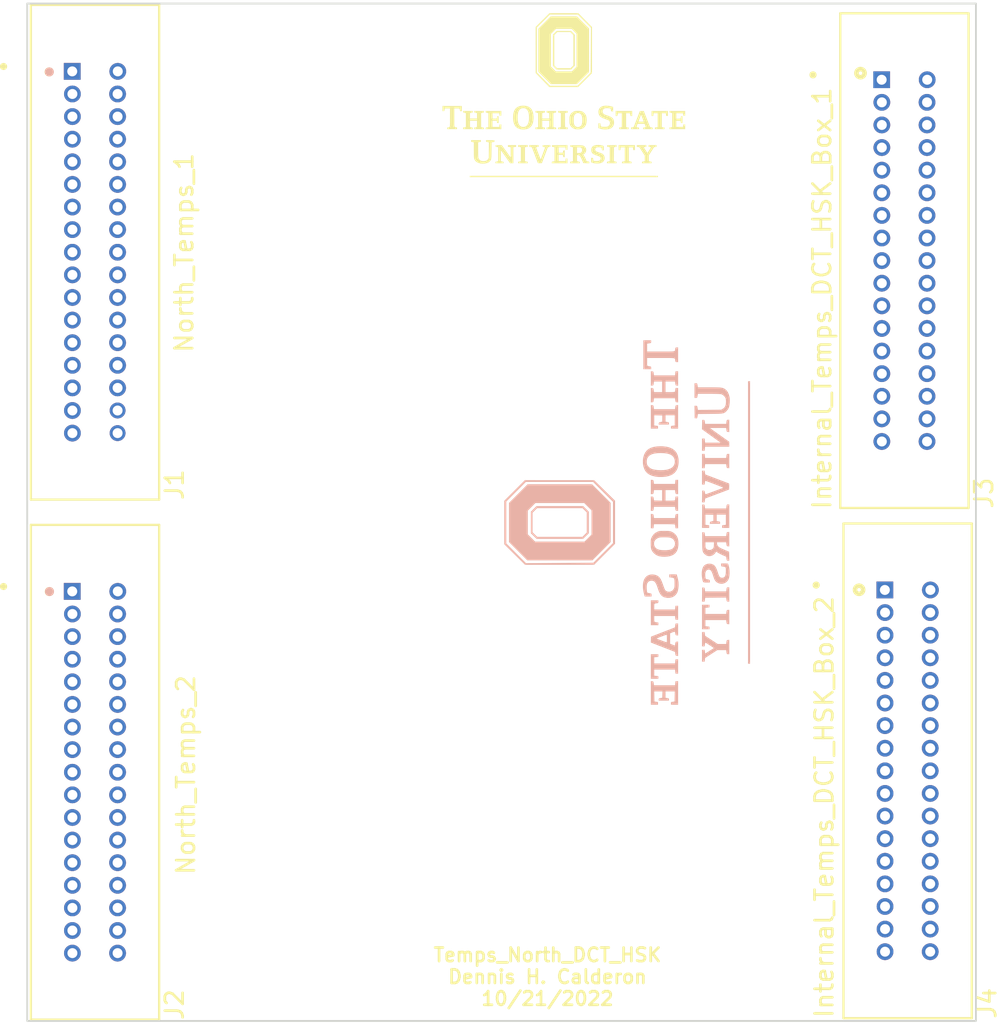
<source format=kicad_pcb>
(kicad_pcb (version 20211014) (generator pcbnew)
  (title_block (company "The Ohio State University"))
  (layers (0 "F.Cu" signal) (31 "B.Cu" signal) (34 "B.Paste" user) (35 "F.Paste" user) (36 "B.SilkS" user "B.Silkscreen") (37 "F.SilkS" user "F.Silkscreen") (38 "B.Mask" user) (39 "F.Mask" user) (44 "Edge.Cuts" user))
  (net 0 "")
  (footprint "HELIX:HELIX_DCT_ICDconnector34pin_corrected" (layer "F.Cu") (at 95.25 90.17 -90)
    (fp_text reference "J2" (at 13.0556 -4.4704 90) (layer "F.SilkS"))
    (fp_text value "North_Temps_2" (at 0.15 -5.11 90) (layer "F.SilkS"))
    (pad "1" thru_hole rect (at -10.16 1.28016 270) (size 0.9408 0.9408) (drill 0.56) (layers *.Cu *.Mask))
    (pad "2" thru_hole circle (at -10.16 -1.28016 270) (size 0.9408 0.9408) (drill 0.56) (layers *.Cu *.Mask))
    (pad "3" thru_hole circle (at -8.89 1.27 270) (size 0.9408 0.9408) (drill 0.56) (layers *.Cu *.Mask))
    (pad "4" thru_hole circle (at -8.89 -1.27 270) (size 0.9408 0.9408) (drill 0.56) (layers *.Cu *.Mask))
    (pad "5" thru_hole circle (at -7.62 1.27 270) (size 0.9408 0.9408) (drill 0.56) (layers *.Cu *.Mask))
    (pad "6" thru_hole circle (at -7.62 -1.27 270) (size 0.9408 0.9408) (drill 0.56) (layers *.Cu *.Mask))
    (pad "7" thru_hole circle (at -6.35 1.27 270) (size 0.9408 0.9408) (drill 0.56) (layers *.Cu *.Mask))
    (pad "8" thru_hole circle (at -6.35 -1.27 270) (size 0.9408 0.9408) (drill 0.56) (layers *.Cu *.Mask))
    (pad "9" thru_hole circle (at -5.08 1.27 270) (size 0.9408 0.9408) (drill 0.56) (layers *.Cu *.Mask))
    (pad "10" thru_hole circle (at -5.08 -1.27 270) (size 0.9408 0.9408) (drill 0.56) (layers *.Cu *.Mask))
    (pad "11" thru_hole circle (at -3.81 1.27 270) (size 0.9408 0.9408) (drill 0.56) (layers *.Cu *.Mask))
    (pad "12" thru_hole circle (at -3.81 -1.27 270) (size 0.9408 0.9408) (drill 0.56) (layers *.Cu *.Mask))
    (pad "13" thru_hole circle (at -2.54 1.27 270) (size 0.9408 0.9408) (drill 0.56) (layers *.Cu *.Mask))
    (pad "14" thru_hole circle (at -2.54 -1.27 270) (size 0.9408 0.9408) (drill 0.56) (layers *.Cu *.Mask))
    (pad "15" thru_hole circle (at -1.27 1.27 270) (size 0.9408 0.9408) (drill 0.56) (layers *.Cu *.Mask))
    (pad "16" thru_hole circle (at -1.27 -1.27 270) (size 0.9408 0.9408) (drill 0.56) (layers *.Cu *.Mask))
    (pad "17" thru_hole circle (at 0 1.27 270) (size 0.9408 0.9408) (drill 0.56) (layers *.Cu *.Mask))
    (pad "18" thru_hole circle (at 0 -1.27 270) (size 0.9408 0.9408) (drill 0.56) (layers *.Cu *.Mask))
    (pad "19" thru_hole circle (at 1.27 1.27 270) (size 0.9408 0.9408) (drill 0.56) (layers *.Cu *.Mask))
    (pad "20" thru_hole circle (at 1.27 -1.27 270) (size 0.9408 0.9408) (drill 0.56) (layers *.Cu *.Mask))
    (pad "21" thru_hole circle (at 2.54 1.27 270) (size 0.9408 0.9408) (drill 0.56) (layers *.Cu *.Mask))
    (pad "22" thru_hole circle (at 2.54 -1.27 270) (size 0.9408 0.9408) (drill 0.56) (layers *.Cu *.Mask))
    (pad "23" thru_hole circle (at 3.81 1.27 270) (size 0.9408 0.9408) (drill 0.56) (layers *.Cu *.Mask))
    (pad "24" thru_hole circle (at 3.81 -1.27 270) (size 0.9408 0.9408) (drill 0.56) (layers *.Cu *.Mask))
    (pad "25" thru_hole circle (at 5.08 1.27 270) (size 0.9408 0.9408) (drill 0.56) (layers *.Cu *.Mask))
    (pad "26" thru_hole circle (at 5.08 -1.27 270) (size 0.9408 0.9408) (drill 0.56) (layers *.Cu *.Mask))
    (pad "27" thru_hole circle (at 6.35 1.27 270) (size 0.9408 0.9408) (drill 0.56) (layers *.Cu *.Mask))
    (pad "28" thru_hole circle (at 6.35 -1.27 270) (size 0.9408 0.9408) (drill 0.56) (layers *.Cu *.Mask))
    (pad "29" thru_hole circle (at 7.62 1.27 270) (size 0.9408 0.9408) (drill 0.56) (layers *.Cu *.Mask))
    (pad "30" thru_hole circle (at 7.62 -1.27 270) (size 0.9408 0.9408) (drill 0.56) (layers *.Cu *.Mask))
    (pad "31" thru_hole circle (at 8.89 1.27 270) (size 0.9408 0.9408) (drill 0.56) (layers *.Cu *.Mask))
    (pad "32" thru_hole circle (at 8.89 -1.27 270) (size 0.9408 0.9408) (drill 0.56) (layers *.Cu *.Mask))
    (pad "33" thru_hole circle (at 10.16 1.27 270) (size 0.9408 0.9408) (drill 0.56) (layers *.Cu *.Mask))
    (pad "34" thru_hole circle (at 10.16 -1.27 270) (size 0.9408 0.9408) (drill 0.56) (layers *.Cu *.Mask))
  )
  (footprint "HELIX:HELIX_DCT_ICDconnector34pin_corrected" (layer "F.Cu") (at 140.75976 61.43 -90)
    (fp_text reference "J3" (at 13.0556 -4.4704 90) (layer "F.SilkS"))
    (fp_text value "Internal_Temps_DCT_HSK_Box_1" (at 2.12 4.63 90) (layer "F.SilkS"))
    (pad "1" thru_hole rect (at -10.16 1.28016 270) (size 0.9408 0.9408) (drill 0.56) (layers *.Cu *.Mask))
    (pad "2" thru_hole circle (at -10.16 -1.28016 270) (size 0.9408 0.9408) (drill 0.56) (layers *.Cu *.Mask))
    (pad "3" thru_hole circle (at -8.89 1.27 270) (size 0.9408 0.9408) (drill 0.56) (layers *.Cu *.Mask))
    (pad "4" thru_hole circle (at -8.89 -1.27 270) (size 0.9408 0.9408) (drill 0.56) (layers *.Cu *.Mask))
    (pad "5" thru_hole circle (at -7.62 1.27 270) (size 0.9408 0.9408) (drill 0.56) (layers *.Cu *.Mask))
    (pad "6" thru_hole circle (at -7.62 -1.27 270) (size 0.9408 0.9408) (drill 0.56) (layers *.Cu *.Mask))
    (pad "7" thru_hole circle (at -6.35 1.27 270) (size 0.9408 0.9408) (drill 0.56) (layers *.Cu *.Mask))
    (pad "8" thru_hole circle (at -6.35 -1.27 270) (size 0.9408 0.9408) (drill 0.56) (layers *.Cu *.Mask))
    (pad "9" thru_hole circle (at -5.08 1.27 270) (size 0.9408 0.9408) (drill 0.56) (layers *.Cu *.Mask))
    (pad "10" thru_hole circle (at -5.08 -1.27 270) (size 0.9408 0.9408) (drill 0.56) (layers *.Cu *.Mask))
    (pad "11" thru_hole circle (at -3.81 1.27 270) (size 0.9408 0.9408) (drill 0.56) (layers *.Cu *.Mask))
    (pad "12" thru_hole circle (at -3.81 -1.27 270) (size 0.9408 0.9408) (drill 0.56) (layers *.Cu *.Mask))
    (pad "13" thru_hole circle (at -2.54 1.27 270) (size 0.9408 0.9408) (drill 0.56) (layers *.Cu *.Mask))
    (pad "14" thru_hole circle (at -2.54 -1.27 270) (size 0.9408 0.9408) (drill 0.56) (layers *.Cu *.Mask))
    (pad "15" thru_hole circle (at -1.27 1.27 270) (size 0.9408 0.9408) (drill 0.56) (layers *.Cu *.Mask))
    (pad "16" thru_hole circle (at -1.27 -1.27 270) (size 0.9408 0.9408) (drill 0.56) (layers *.Cu *.Mask))
    (pad "17" thru_hole circle (at 0 1.27 270) (size 0.9408 0.9408) (drill 0.56) (layers *.Cu *.Mask))
    (pad "18" thru_hole circle (at 0 -1.27 270) (size 0.9408 0.9408) (drill 0.56) (layers *.Cu *.Mask))
    (pad "19" thru_hole circle (at 1.27 1.27 270) (size 0.9408 0.9408) (drill 0.56) (layers *.Cu *.Mask))
    (pad "20" thru_hole circle (at 1.27 -1.27 270) (size 0.9408 0.9408) (drill 0.56) (layers *.Cu *.Mask))
    (pad "21" thru_hole circle (at 2.54 1.27 270) (size 0.9408 0.9408) (drill 0.56) (layers *.Cu *.Mask))
    (pad "22" thru_hole circle (at 2.54 -1.27 270) (size 0.9408 0.9408) (drill 0.56) (layers *.Cu *.Mask))
    (pad "23" thru_hole circle (at 3.81 1.27 270) (size 0.9408 0.9408) (drill 0.56) (layers *.Cu *.Mask))
    (pad "24" thru_hole circle (at 3.81 -1.27 270) (size 0.9408 0.9408) (drill 0.56) (layers *.Cu *.Mask))
    (pad "25" thru_hole circle (at 5.08 1.27 270) (size 0.9408 0.9408) (drill 0.56) (layers *.Cu *.Mask))
    (pad "26" thru_hole circle (at 5.08 -1.27 270) (size 0.9408 0.9408) (drill 0.56) (layers *.Cu *.Mask))
    (pad "27" thru_hole circle (at 6.35 1.27 270) (size 0.9408 0.9408) (drill 0.56) (layers *.Cu *.Mask))
    (pad "28" thru_hole circle (at 6.35 -1.27 270) (size 0.9408 0.9408) (drill 0.56) (layers *.Cu *.Mask))
    (pad "29" thru_hole circle (at 7.62 1.27 270) (size 0.9408 0.9408) (drill 0.56) (layers *.Cu *.Mask))
    (pad "30" thru_hole circle (at 7.62 -1.27 270) (size 0.9408 0.9408) (drill 0.56) (layers *.Cu *.Mask))
    (pad "31" thru_hole circle (at 8.89 1.27 270) (size 0.9408 0.9408) (drill 0.56) (layers *.Cu *.Mask))
    (pad "32" thru_hole circle (at 8.89 -1.27 270) (size 0.9408 0.9408) (drill 0.56) (layers *.Cu *.Mask))
    (pad "33" thru_hole circle (at 10.16 1.27 270) (size 0.9408 0.9408) (drill 0.56) (layers *.Cu *.Mask))
    (pad "34" thru_hole circle (at 10.16 -1.27 270) (size 0.9408 0.9408) (drill 0.56) (layers *.Cu *.Mask))
  )
  (footprint "HELIX:HELIX_DCT_ICDconnector34pin_corrected" (layer "F.Cu") (at 140.94 90.09 -90)
    (fp_text reference "J4" (at 13.0556 -4.4704 90) (layer "F.SilkS"))
    (fp_text value "Internal_Temps_DCT_HSK_Box_2" (at 2.03 4.69 90) (layer "F.SilkS"))
    (pad "1" thru_hole rect (at -10.16 1.28016 270) (size 0.9408 0.9408) (drill 0.56) (layers *.Cu *.Mask))
    (pad "2" thru_hole circle (at -10.16 -1.28016 270) (size 0.9408 0.9408) (drill 0.56) (layers *.Cu *.Mask))
    (pad "3" thru_hole circle (at -8.89 1.27 270) (size 0.9408 0.9408) (drill 0.56) (layers *.Cu *.Mask))
    (pad "4" thru_hole circle (at -8.89 -1.27 270) (size 0.9408 0.9408) (drill 0.56) (layers *.Cu *.Mask))
    (pad "5" thru_hole circle (at -7.62 1.27 270) (size 0.9408 0.9408) (drill 0.56) (layers *.Cu *.Mask))
    (pad "6" thru_hole circle (at -7.62 -1.27 270) (size 0.9408 0.9408) (drill 0.56) (layers *.Cu *.Mask))
    (pad "7" thru_hole circle (at -6.35 1.27 270) (size 0.9408 0.9408) (drill 0.56) (layers *.Cu *.Mask))
    (pad "8" thru_hole circle (at -6.35 -1.27 270) (size 0.9408 0.9408) (drill 0.56) (layers *.Cu *.Mask))
    (pad "9" thru_hole circle (at -5.08 1.27 270) (size 0.9408 0.9408) (drill 0.56) (layers *.Cu *.Mask))
    (pad "10" thru_hole circle (at -5.08 -1.27 270) (size 0.9408 0.9408) (drill 0.56) (layers *.Cu *.Mask))
    (pad "11" thru_hole circle (at -3.81 1.27 270) (size 0.9408 0.9408) (drill 0.56) (layers *.Cu *.Mask))
    (pad "12" thru_hole circle (at -3.81 -1.27 270) (size 0.9408 0.9408) (drill 0.56) (layers *.Cu *.Mask))
    (pad "13" thru_hole circle (at -2.54 1.27 270) (size 0.9408 0.9408) (drill 0.56) (layers *.Cu *.Mask))
    (pad "14" thru_hole circle (at -2.54 -1.27 270) (size 0.9408 0.9408) (drill 0.56) (layers *.Cu *.Mask))
    (pad "15" thru_hole circle (at -1.27 1.27 270) (size 0.9408 0.9408) (drill 0.56) (layers *.Cu *.Mask))
    (pad "16" thru_hole circle (at -1.27 -1.27 270) (size 0.9408 0.9408) (drill 0.56) (layers *.Cu *.Mask))
    (pad "17" thru_hole circle (at 0 1.27 270) (size 0.9408 0.9408) (drill 0.56) (layers *.Cu *.Mask))
    (pad "18" thru_hole circle (at 0 -1.27 270) (size 0.9408 0.9408) (drill 0.56) (layers *.Cu *.Mask))
    (pad "19" thru_hole circle (at 1.27 1.27 270) (size 0.9408 0.9408) (drill 0.56) (layers *.Cu *.Mask))
    (pad "20" thru_hole circle (at 1.27 -1.27 270) (size 0.9408 0.9408) (drill 0.56) (layers *.Cu *.Mask))
    (pad "21" thru_hole circle (at 2.54 1.27 270) (size 0.9408 0.9408) (drill 0.56) (layers *.Cu *.Mask))
    (pad "22" thru_hole circle (at 2.54 -1.27 270) (size 0.9408 0.9408) (drill 0.56) (layers *.Cu *.Mask))
    (pad "23" thru_hole circle (at 3.81 1.27 270) (size 0.9408 0.9408) (drill 0.56) (layers *.Cu *.Mask))
    (pad "24" thru_hole circle (at 3.81 -1.27 270) (size 0.9408 0.9408) (drill 0.56) (layers *.Cu *.Mask))
    (pad "25" thru_hole circle (at 5.08 1.27 270) (size 0.9408 0.9408) (drill 0.56) (layers *.Cu *.Mask))
    (pad "26" thru_hole circle (at 5.08 -1.27 270) (size 0.9408 0.9408) (drill 0.56) (layers *.Cu *.Mask))
    (pad "27" thru_hole circle (at 6.35 1.27 270) (size 0.9408 0.9408) (drill 0.56) (layers *.Cu *.Mask))
    (pad "28" thru_hole circle (at 6.35 -1.27 270) (size 0.9408 0.9408) (drill 0.56) (layers *.Cu *.Mask))
    (pad "29" thru_hole circle (at 7.62 1.27 270) (size 0.9408 0.9408) (drill 0.56) (layers *.Cu *.Mask))
    (pad "30" thru_hole circle (at 7.62 -1.27 270) (size 0.9408 0.9408) (drill 0.56) (layers *.Cu *.Mask))
    (pad "31" thru_hole circle (at 8.89 1.27 270) (size 0.9408 0.9408) (drill 0.56) (layers *.Cu *.Mask))
    (pad "32" thru_hole circle (at 8.89 -1.27 270) (size 0.9408 0.9408) (drill 0.56) (layers *.Cu *.Mask))
    (pad "33" thru_hole circle (at 10.16 1.27 270) (size 0.9408 0.9408) (drill 0.56) (layers *.Cu *.Mask))
    (pad "34" thru_hole circle (at 10.16 -1.27 270) (size 0.9408 0.9408) (drill 0.56) (layers *.Cu *.Mask))
  )
  (footprint "LOGO" (layer "F.Cu") (at 121.61 52.13)
    (fp_text reference "G***" hide)
    (fp_text value "LOGO" hide)
  )
  (footprint "HELIX:HELIX_DCT_ICDconnector34pin_corrected" (layer "F.Cu") (at 95.25 60.96 -90)
    (fp_text reference "J1" (at 13.0556 -4.4704 90) (layer "F.SilkS"))
    (fp_text value "North_Temps_1" (at 0.03 -5.01 90) (layer "F.SilkS"))
    (pad "1" thru_hole rect (at -10.16 1.28016 270) (size 0.9408 0.9408) (drill 0.56) (layers *.Cu *.Mask))
    (pad "2" thru_hole circle (at -10.16 -1.28016 270) (size 0.9408 0.9408) (drill 0.56) (layers *.Cu *.Mask))
    (pad "3" thru_hole circle (at -8.89 1.27 270) (size 0.9408 0.9408) (drill 0.56) (layers *.Cu *.Mask))
    (pad "4" thru_hole circle (at -8.89 -1.27 270) (size 0.9408 0.9408) (drill 0.56) (layers *.Cu *.Mask))
    (pad "5" thru_hole circle (at -7.62 1.27 270) (size 0.9408 0.9408) (drill 0.56) (layers *.Cu *.Mask))
    (pad "6" thru_hole circle (at -7.62 -1.27 270) (size 0.9408 0.9408) (drill 0.56) (layers *.Cu *.Mask))
    (pad "7" thru_hole circle (at -6.35 1.27 270) (size 0.9408 0.9408) (drill 0.56) (layers *.Cu *.Mask))
    (pad "8" thru_hole circle (at -6.35 -1.27 270) (size 0.9408 0.9408) (drill 0.56) (layers *.Cu *.Mask))
    (pad "9" thru_hole circle (at -5.08 1.27 270) (size 0.9408 0.9408) (drill 0.56) (layers *.Cu *.Mask))
    (pad "10" thru_hole circle (at -5.08 -1.27 270) (size 0.9408 0.9408) (drill 0.56) (layers *.Cu *.Mask))
    (pad "11" thru_hole circle (at -3.81 1.27 270) (size 0.9408 0.9408) (drill 0.56) (layers *.Cu *.Mask))
    (pad "12" thru_hole circle (at -3.81 -1.27 270) (size 0.9408 0.9408) (drill 0.56) (layers *.Cu *.Mask))
    (pad "13" thru_hole circle (at -2.54 1.27 270) (size 0.9408 0.9408) (drill 0.56) (layers *.Cu *.Mask))
    (pad "14" thru_hole circle (at -2.54 -1.27 270) (size 0.9408 0.9408) (drill 0.56) (layers *.Cu *.Mask))
    (pad "15" thru_hole circle (at -1.27 1.27 270) (size 0.9408 0.9408) (drill 0.56) (layers *.Cu *.Mask))
    (pad "16" thru_hole circle (at -1.27 -1.27 270) (size 0.9408 0.9408) (drill 0.56) (layers *.Cu *.Mask))
    (pad "17" thru_hole circle (at 0 1.27 270) (size 0.9408 0.9408) (drill 0.56) (layers *.Cu *.Mask))
    (pad "18" thru_hole circle (at 0 -1.27 270) (size 0.9408 0.9408) (drill 0.56) (layers *.Cu *.Mask))
    (pad "19" thru_hole circle (at 1.27 1.27 270) (size 0.9408 0.9408) (drill 0.56) (layers *.Cu *.Mask))
    (pad "20" thru_hole circle (at 1.27 -1.27 270) (size 0.9408 0.9408) (drill 0.56) (layers *.Cu *.Mask))
    (pad "21" thru_hole circle (at 2.54 1.27 270) (size 0.9408 0.9408) (drill 0.56) (layers *.Cu *.Mask))
    (pad "22" thru_hole circle (at 2.54 -1.27 270) (size 0.9408 0.9408) (drill 0.56) (layers *.Cu *.Mask))
    (pad "23" thru_hole circle (at 3.81 1.27 270) (size 0.9408 0.9408) (drill 0.56) (layers *.Cu *.Mask))
    (pad "24" thru_hole circle (at 3.81 -1.27 270) (size 0.9408 0.9408) (drill 0.56) (layers *.Cu *.Mask))
    (pad "25" thru_hole circle (at 5.08 1.27 270) (size 0.9408 0.9408) (drill 0.56) (layers *.Cu *.Mask))
    (pad "26" thru_hole circle (at 5.08 -1.27 270) (size 0.9408 0.9408) (drill 0.56) (layers *.Cu *.Mask))
    (pad "27" thru_hole circle (at 6.35 1.27 270) (size 0.9408 0.9408) (drill 0.56) (layers *.Cu *.Mask))
    (pad "28" thru_hole circle (at 6.35 -1.27 270) (size 0.9408 0.9408) (drill 0.56) (layers *.Cu *.Mask))
    (pad "29" thru_hole circle (at 7.62 1.27 270) (size 0.9408 0.9408) (drill 0.56) (layers *.Cu *.Mask))
    (pad "30" thru_hole circle (at 7.62 -1.27 270) (size 0.9408 0.9408) (drill 0.56) (layers *.Cu *.Mask))
    (pad "31" thru_hole circle (at 8.89 1.27 270) (size 0.9408 0.9408) (drill 0.56) (layers *.Cu *.Mask))
    (pad "32" thru_hole circle (at 8.89 -1.27 270) (size 0.89 0.89) (drill 0.56) (layers *.Cu *.Mask))
    (pad "33" thru_hole circle (at 10.16 1.27 270) (size 0.9408 0.9408) (drill 0.56) (layers *.Cu *.Mask))
    (pad "34" thru_hole circle (at 10.16 -1.27 270) (size 0.89 0.89) (drill 0.56) (layers *.Cu *.Mask))
  )
  (footprint "LOGO" (layer "B.Cu") (at 125.160868 76.139841 -90)
    (fp_text reference "G***" hide)
    (fp_text value "LOGO" hide)
  )
  (gr_circle (center 92.680001 50.83) (end 92.680002 50.83) (layer "B.SilkS") (width 0.254) (fill none))
  (gr_circle (center 92.69 80.02) (end 92.690001 80.02) (layer "B.SilkS") (width 0.254) (fill none))
  (gr_circle (center 138.29 50.9) (end 138.392956 50.9) (layer "F.SilkS") (width 0.254) (fill none))
  (gr_circle (center 92.67 50.83) (end 92.670001 50.83) (layer "F.SilkS") (width 0.254) (fill none))
  (gr_circle (center 92.68 80.02) (end 92.680001 80.02) (layer "F.SilkS") (width 0.254) (fill none))
  (gr_circle (center 138.21 79.92) (end 138.312956 79.92) (layer "F.SilkS") (width 0.254) (fill none))
  (gr_rect (start 91.44 46.99) (end 144.78 104.14) (layer "Edge.Cuts") (width 0.1) (fill none))
  (gr_text "Temps_North_DCT_HSK\nDennis H. Calderon\n10/21/2022" (at 120.69 101.66) (layer "F.SilkS") (effects (font (size 0.762 0.762))))
)
</source>
